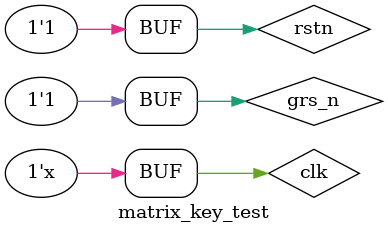
<source format=v>
`timescale 1ns/1ps
module matrix_key_test ();

    parameter ROW_NUM = 4;
    parameter COL_NUM = 4;
    parameter DEBOUNCE_TIME = 2000;
    parameter DELAY_TIME = 200;

    reg clk;
    reg rstn;
    wire [ROW_NUM-1:0] row;
    wire [COL_NUM-1:0] col;
    wire [ROW_NUM*COL_NUM-1:0] key_out;
    reg [ROW_NUM*COL_NUM-1:0] key_in;

    matrix_key #(
        .ROW_NUM(ROW_NUM),
        .COL_NUM(COL_NUM),
        .DEBOUNCE_TIME(DEBOUNCE_TIME),
        .DELAY_TIME(DELAY_TIME)
    ) uut (
        .clk(clk),
        .rstn(rstn),
        .row(row),
        .col(col),
        .key_out(key_out)
    );

    initial begin
        clk = 0;
        rstn = 0;
        #5 rstn = 1; // Release reset
    end
    always #5 clk = ~clk; // Generate clock signal
    
    matrix_key_ctrl #(
        .ROW_NUM 	(4  ),
        .COL_NUM 	(4  ))
    u_matrix_key_ctrl(
        .key_ctrl_enable 	(1'b1  ),
        .key_in 	(key_in  ),
        .row 	(row  ),
        .col 	(col  )
    );

    reg [63:0] key_cnt;

    always @(negedge clk or negedge rstn) begin
        if(~rstn) begin
            key_in <= 0;
            key_cnt <= 0;
        end else begin
                key_cnt <= key_cnt + 1;
                key_in <= key_cnt[35-:ROW_NUM*COL_NUM];
        end
    end

    reg grs_n;
    GTP_GRS GRS_INST(.GRS_N (grs_n));
    initial begin
    grs_n = 1'b0;
    #5 grs_n = 1'b1;
    end
endmodule
</source>
